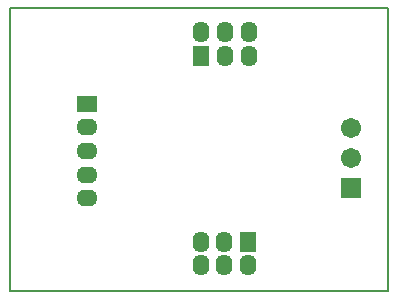
<source format=gbs>
%FSLAX25Y25*%
%MOIN*%
G70*
G01*
G75*
G04 Layer_Color=16711935*
%ADD10R,0.02756X0.03347*%
%ADD11C,0.01000*%
%ADD12C,0.00500*%
%ADD13O,0.04724X0.06299*%
%ADD14R,0.04724X0.06299*%
%ADD15O,0.06299X0.04724*%
%ADD16R,0.06299X0.04724*%
%ADD17R,0.05906X0.05906*%
%ADD18C,0.05906*%
%ADD19C,0.02000*%
%ADD20C,0.00787*%
%ADD21R,0.03556X0.04147*%
%ADD22O,0.05524X0.07099*%
%ADD23R,0.05524X0.07099*%
%ADD24O,0.07099X0.05524*%
%ADD25R,0.07099X0.05524*%
%ADD26R,0.06706X0.06706*%
%ADD27C,0.06706*%
D12*
X0Y0D02*
X125984D01*
X0Y-94488D02*
Y0D01*
Y-94488D02*
X125984D01*
Y0D01*
D22*
X71626Y-16000D02*
D03*
X79500D02*
D03*
X63752Y-8126D02*
D03*
X79500D02*
D03*
X71626D02*
D03*
X71374Y-78000D02*
D03*
X63500D02*
D03*
X79248Y-85874D02*
D03*
X63500D02*
D03*
X71374D02*
D03*
D23*
X63752Y-16000D02*
D03*
X79248Y-78000D02*
D03*
D24*
X25500Y-47748D02*
D03*
Y-63496D02*
D03*
Y-55622D02*
D03*
Y-39874D02*
D03*
D25*
Y-32000D02*
D03*
D26*
X113500Y-60000D02*
D03*
D27*
Y-50000D02*
D03*
Y-40000D02*
D03*
M02*

</source>
